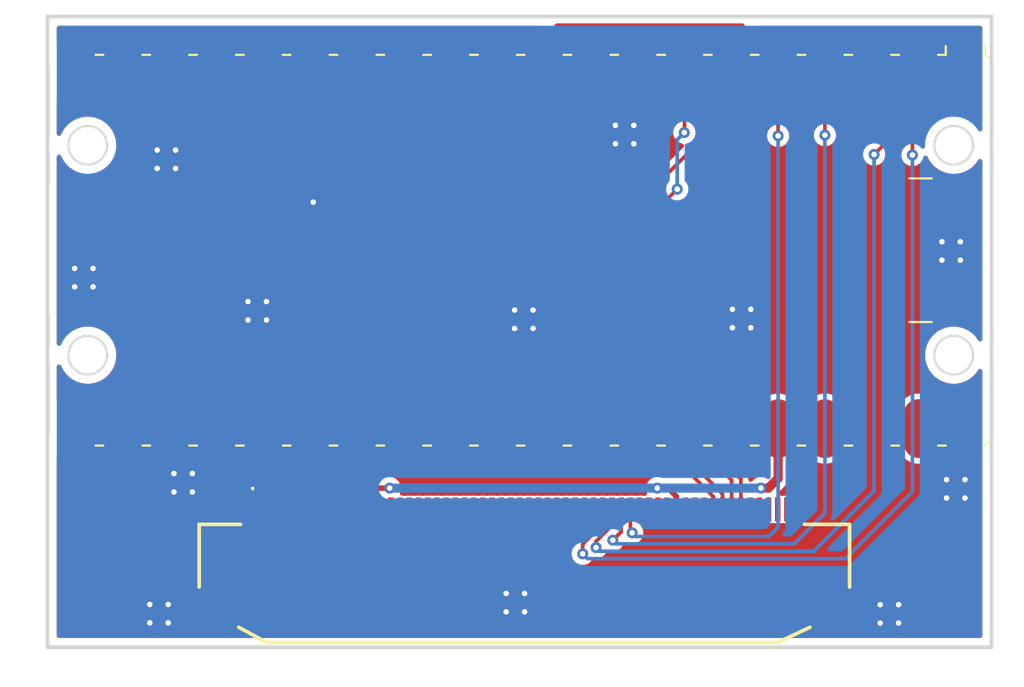
<source format=kicad_pcb>
(kicad_pcb (version 20241229) (generator "pcbnew") (generator_version "9.0")
  (layers (0 "F.Cu" signal) (2 "B.Cu" signal) (13 "F.Paste" user) (15 "B.Paste" user) (5 "F.SilkS" user "F.Silkscreen") (7 "B.SilkS" user "B.Silkscreen") (1 "F.Mask" user) (3 "B.Mask" user) (25 "Edge.Cuts" user))
  (net 0 "")
  (net 1 "GND")
  (net 4 "CLE")
  (net 8 "ALE")
  (net 10 "RB")
  (net 13 "IO4")
  (net 15 "IO2")
  (net 16 "IO0")
  (net 17 "CE")
  (net 19 "WE")
  (net 20 "IO6")
  (net 23 "WP")
  (net 25 "RE")
  (net 28 "IO3")
  (net 29 "IO1")
  (net 31 "IO5")
  (net 32 "IO7")
  (net 49 "+3V3")
  (footprint "pico_360clip:RaspberryPi_Pico_Common_SMD" (layer "F.Cu") (at 120.93 99.98 -90)
    (property "Reference" "A1" (hide yes))
    (property "Value" "RaspberryPi_Pico" (hide yes))
    (fp_line (start -10 25.61) (end -6.162061 25.61) (stroke (width 0.12)) (layer "F.SilkS"))
    (fp_line (start -3.6 25.61) (end -5.237939 25.61) (stroke (width 0.12)) (layer "F.SilkS"))
    (fp_line (start 5.237939 25.61) (end 3.6 25.61) (stroke (width 0.12)) (layer "F.SilkS"))
    (fp_line (start 6.162061 25.61) (end 10 25.61) (stroke (width 0.12)) (layer "F.SilkS"))
    (fp_line (start -10.61 22.65) (end -10.61 23.07) (stroke (width 0.12)) (layer "F.SilkS"))
    (fp_line (start 10.61 22.65) (end 10.61 23.07) (stroke (width 0.12)) (layer "F.SilkS"))
    (fp_line (start -10.61 20.11) (end -10.61 20.53) (stroke (width 0.12)) (layer "F.SilkS"))
    (fp_line (start 10.61 20.11) (end 10.61 20.53) (stroke (width 0.12)) (layer "F.SilkS"))
    (fp_line (start -10.61 17.57) (end -10.61 17.99) (stroke (width 0.12)) (layer "F.SilkS"))
    (fp_line (start 10.61 17.57) (end 10.61 17.99) (stroke (width 0.12)) (layer "F.SilkS"))
    (fp_line (start -10.61 15.03) (end -10.61 15.45) (stroke (width 0.12)) (layer "F.SilkS"))
    (fp_line (start 10.61 15.03) (end 10.61 15.45) (stroke (width 0.12)) (layer "F.SilkS"))
    (fp_line (start -10.61 12.49) (end -10.61 12.91) (stroke (width 0.12)) (layer "F.SilkS"))
    (fp_line (start 10.61 12.49) (end 10.61 12.91) (stroke (width 0.12)) (layer "F.SilkS"))
    (fp_line (start -10.61 9.95) (end -10.61 10.37) (stroke (width 0.12)) (layer "F.SilkS"))
    (fp_line (start 10.61 9.95) (end 10.61 10.37) (stroke (width 0.12)) (layer "F.SilkS"))
    (fp_line (start -10.61 7.41) (end -10.61 7.83) (stroke (width 0.12)) (layer "F.SilkS"))
    (fp_line (start 10.61 7.41) (end 10.61 7.83) (stroke (width 0.12)) (layer "F.SilkS"))
    (fp_line (start -10.61 4.87) (end -10.61 5.29) (stroke (width 0.12)) (layer "F.SilkS"))
    (fp_line (start 10.61 4.87) (end 10.61 5.29) (stroke (width 0.12)) (layer "F.SilkS"))
    (fp_line (start -10.61 2.33) (end -10.61 2.75) (stroke (width 0.12)) (layer "F.SilkS"))
    (fp_line (start 10.61 2.33) (end 10.61 2.75) (stroke (width 0.12)) (layer "F.SilkS"))
    (fp_line (start -10.61 -0.21) (end -10.61 0.21) (stroke (width 0.12)) (layer "F.SilkS"))
    (fp_line (start 10.61 -0.21) (end 10.61 0.21) (stroke (width 0.12)) (layer "F.SilkS"))
    (fp_line (start -10.61 -2.75) (end -10.61 -2.33) (stroke (width 0.12)) (layer "F.SilkS"))
    (fp_line (start 10.61 -2.75) (end 10.61 -2.33) (stroke (width 0.12)) (layer "F.SilkS"))
    (fp_line (start -10.61 -5.29) (end -10.61 -4.87) (stroke (width 0.12)) (layer "F.SilkS"))
    (fp_line (start 10.61 -5.29) (end 10.61 -4.87) (stroke (width 0.12)) (layer "F.SilkS"))
    (fp_line (start -10.61 -7.83) (end -10.61 -7.41) (stroke (width 0.12)) (layer "F.SilkS"))
    (fp_line (start 10.61 -7.83) (end 10.61 -7.41) (stroke (width 0.12)) (layer "F.SilkS"))
    (fp_line (start -10.61 -10.37) (end -10.61 -9.95) (stroke (width 0.12)) (layer "F.SilkS"))
    (fp_line (start 10.61 -10.37) (end 10.61 -9.95) (stroke (width 0.12)) (layer "F.SilkS"))
    (fp_line (start -10.61 -12.91) (end -10.61 -12.49) (stroke (width 0.12)) (layer "F.SilkS"))
    (fp_line (start 10.61 -12.91) (end 10.61 -12.49) (stroke (width 0.12)) (layer "F.SilkS"))
    (fp_line (start -10.61 -15.45) (end -10.61 -15.03) (stroke (width 0.12)) (layer "F.SilkS"))
    (fp_line (start 10.61 -15.45) (end 10.61 -15.03) (stroke (width 0.12)) (layer "F.SilkS"))
    (fp_line (start -10.61 -17.99) (end -10.61 -17.57) (stroke (width 0.12)) (layer "F.SilkS"))
    (fp_line (start 10.61 -17.99) (end 10.61 -17.57) (stroke (width 0.12)) (layer "F.SilkS"))
    (fp_line (start -10.61 -20.53) (end -10.61 -20.11) (stroke (width 0.12)) (layer "F.SilkS"))
    (fp_line (start 10.61 -20.53) (end 10.61 -20.11) (stroke (width 0.12)) (layer "F.SilkS"))
    (fp_line (start -3.9 -22.306) (end -3.9 -21.09) (stroke (width 0.12)) (layer "F.SilkS"))
    (fp_line (start 3.9 -22.306) (end 3.9 -21.09) (stroke (width 0.12)) (layer "F.SilkS"))
    (fp_line (start -10.61 -23.07) (end -10.61 -22.65) (stroke (width 0.12)) (layer "F.SilkS"))
    (fp_line (start -10.61 -23.07) (end -11.09 -23.07) (stroke (width 0.12)) (layer "F.SilkS"))
    (fp_line (start 10.61 -23.07) (end 10.61 -22.65) (stroke (width 0.12)) (layer "F.SilkS"))
    (fp_line (start -10.579676 -25.19) (end -11.09 -25.19) (stroke (width 0.12)) (layer "F.SilkS"))
    (fp_line (start -10 -25.61) (end -7.51 -25.61) (stroke (width 0.12)) (layer "F.SilkS"))
    (fp_line (start -7.51 -25.61) (end -6.16206 -25.61) (stroke (width 0.12)) (layer "F.SilkS"))
    (fp_line (start -5.237939 -25.61) (end -4.235 -25.61) (stroke (width 0.12)) (layer "F.SilkS"))
    (fp_line (start 4.235 -25.61) (end 5.237939 -25.61) (stroke (width 0.12)) (layer "F.SilkS"))
    (fp_line (start 6.162061 -25.61) (end 7.51 -25.61) (stroke (width 0.12)) (layer "F.SilkS"))
    (fp_line (start 10 -25.61) (end 7.51 -25.61) (stroke (width 0.12)) (layer "F.SilkS"))
    (fp_arc (start -10.579676 -25.19) (mid -10.357938 -25.493944) (end -10 -25.61) (stroke (width 0.12)) (layer "F.SilkS"))
    (fp_arc (start 10 -25.61) (mid 10.357937 -25.493944) (end 10.579676 -25.189937) (stroke (width 0.12)) (layer "F.SilkS"))
    (fp_circle (center -5.7 23.5) (end -4.65 23.5) (stroke (width 0.12)) (fill no) (layer "Edge.Cuts"))
    (fp_circle (center 5.7 23.5) (end 6.75 23.5) (stroke (width 0.12)) (fill no) (layer "Edge.Cuts"))
    (fp_circle (center -5.7 -23.5) (end -4.65 -23.5) (stroke (width 0.12)) (fill no) (layer "Edge.Cuts"))
    (fp_circle (center 5.7 -23.5) (end 6.75 -23.5) (stroke (width 0.12)) (fill no) (layer "Edge.Cuts"))
    (pad "" smd rect (at -8.89 -24.13 270) (size 3.8 2.2) (drill (offset -0.8 0)) (layers "F.Paste"))
    (pad "" smd rect (at -8.89 -21.59 270) (size 3.8 2.2) (drill (offset -0.8 0)) (layers "F.Paste"))
    (pad "" smd rect (at -8.89 -19.05 270) (size 3.8 2.2) (drill (offset -0.8 0)) (layers "F.Paste"))
    (pad "" smd rect (at -8.89 -16.51 270) (size 3.8 2.2) (drill (offset -0.8 0)) (layers "F.Paste"))
    (pad "" smd rect (at -8.89 -13.97 270) (size 3.8 2.2) (drill (offset -0.8 0)) (layers "F.Paste"))
    (pad "" smd rect (at -8.89 -11.43 270) (size 3.8 2.2) (drill (offset -0.8 0)) (layers "F.Paste"))
    (pad "" smd rect (at -8.89 -8.89 270) (size 3.8 2.2) (drill (offset -0.8 0)) (layers "F.Paste"))
    (pad "" smd rect (at -8.89 -6.35 270) (size 3.8 2.2) (drill (offset -0.8 0)) (layers "F.Paste"))
    (pad "" smd rect (at -8.89 -3.81 270) (size 3.8 2.2) (drill (offset -0.8 0)) (layers "F.Paste"))
    (pad "" smd rect (at -8.89 -1.27 270) (size 3.8 2.2) (drill (offset -0.8 0)) (layers "F.Paste"))
    (pad "" smd rect (at -8.89 1.27 270) (size 3.8 2.2) (drill (offset -0.8 0)) (layers "F.Paste"))
    (pad "" smd rect (at -8.89 3.81 270) (size 3.8 2.2) (drill (offset -0.8 0)) (layers "F.Paste"))
    (pad "" smd rect (at -8.89 6.35 270) (size 3.8 2.2) (drill (offset -0.8 0)) (layers "F.Paste"))
    (pad "" smd rect (at -8.89 8.89 270) (size 3.8 2.2) (drill (offset -0.8 0)) (layers "F.Paste"))
    (pad "" smd rect (at -8.89 11.43 270) (size 3.8 2.2) (drill (offset -0.8 0)) (layers "F.Paste"))
    (pad "" smd rect (at -8.89 13.97 270) (size 3.8 2.2) (drill (offset -0.8 0)) (layers "F.Paste"))
    (pad "" smd rect (at -8.89 16.51 270) (size 3.8 2.2) (drill (offset -0.8 0)) (layers "F.Paste"))
    (pad "" smd rect (at -8.89 19.05 270) (size 3.8 2.2) (drill (offset -0.8 0)) (layers "F.Paste"))
    (pad "" smd rect (at -8.89 21.59 270) (size 3.8 2.2) (drill (offset -0.8 0)) (layers "F.Paste"))
    (pad "" smd rect (at -8.89 24.13 270) (size 3.8 2.2) (drill (offset -0.8 0)) (layers "F.Paste"))
    (pad "" smd rect (at 8.89 -24.13 270) (size 3.8 2.2) (drill (offset 0.8 0)) (layers "F.Paste"))
    (pad "" smd rect (at 8.89 -21.59 270) (size 3.8 2.2) (drill (offset 0.8 0)) (layers "F.Paste"))
    (pad "" smd rect (at 8.89 -19.05 270) (size 3.8 2.2) (drill (offset 0.8 0)) (layers "F.Paste"))
    (pad "" smd rect (at 8.89 -16.51 270) (size 3.8 2.2) (drill (offset 0.8 0)) (layers "F.Paste"))
    (pad "" smd rect (at 8.89 -13.97 270) (size 3.8 2.2) (drill (offset 0.8 0)) (layers "F.Paste"))
    (pad "" smd rect (at 8.89 -11.43 270) (size 3.8 2.2) (drill (offset 0.8 0)) (layers "F.Paste"))
    (pad "" smd rect (at 8.89 -8.89 270) (size 3.8 2.2) (drill (offset 0.8 0)) (layers "F.Paste"))
    (pad "" smd rect (at 8.89 -6.35 270) (size 3.8 2.2) (drill (offset 0.8 0)) (layers "F.Paste"))
    (pad "" smd rect (at 8.89 -3.81 270) (size 3.8 2.2) (drill (offset 0.8 0)) (layers "F.Paste"))
    (pad "" smd rect (at 8.89 -1.27 270) (size 3.8 2.2) (drill (offset 0.8 0)) (layers "F.Paste"))
    (pad "" smd rect (at 8.89 1.27 270) (size 3.8 2.2) (drill (offset 0.8 0)) (layers "F.Paste"))
    (pad "" smd rect (at 8.89 3.81 270) (size 3.8 2.2) (drill (offset 0.8 0)) (layers "F.Paste"))
    (pad "" smd rect (at 8.89 6.35 270) (size 3.8 2.2) (drill (offset 0.8 0)) (layers "F.Paste"))
    (pad "" smd rect (at 8.89 8.89 270) (size 3.8 2.2) (drill (offset 0.8 0)) (layers "F.Paste"))
    (pad "" smd rect (at 8.89 11.43 270) (size 3.8 2.2) (drill (offset 0.8 0)) (layers "F.Paste"))
    (pad "" smd rect (at 8.89 13.97 270) (size 3.8 2.2) (drill (offset 0.8 0)) (layers "F.Paste"))
    (pad "" smd rect (at 8.89 16.51 270) (size 3.8 2.2) (drill (offset 0.8 0)) (layers "F.Paste"))
    (pad "" smd rect (at 8.89 19.05 270) (size 3.8 2.2) (drill (offset 0.8 0)) (layers "F.Paste"))
    (pad "" smd rect (at 8.89 21.59 270) (size 3.8 2.2) (drill (offset 0.8 0)) (layers "F.Paste"))
    (pad "" smd rect (at 8.89 24.13 270) (size 3.8 2.2) (drill (offset 0.8 0)) (layers "F.Paste"))
    (pad "1" smd custom (at -9.69 -24.13 270) (size 1.6 0.8) (layers "F.Cu" "F.Mask") (net 16 "IO0") (options (clearance outline) (anchor rect)) (primitives (gr_circle (center 0.8 0) (end 1.6 0) (width 0) (fill yes)) (gr_poly (pts (xy -1.6 -0.6) (xy -1.6 0.6) (xy -1.4 0.8) (xy 0.8 0.8) (xy 0.8 -0.8) (xy -1.4 -0.8)) (width 0) (fill yes)) (gr_circle (center -1.4 -0.6) (end -1.2 -0.6) (width 0) (fill yes)) (gr_circle (center -1.4 0.6) (end -1.2 0.6) (width 0) (fill yes))))
    (pad "2" smd roundrect (at -9.69 -21.59 270) (size 3.2 1.6) (layers "F.Cu" "F.Mask") (roundrect_rratio 0.5) (net 29 "IO1"))
    (pad "3" smd custom (at -9.69 -19.05 270) (size 1.6 0.8) (layers "F.Cu" "F.Mask") (net 1 "GND") (options (clearance outline) (anchor rect)) (primitives (gr_circle (center -0.8 0) (end 0 0) (width 0) (fill yes)) (gr_poly (pts (xy 1.6 -0.6) (xy 1.6 0.6) (xy 1.4 0.8) (xy -0.8 0.8) (xy -0.8 -0.8) (xy 1.4 -0.8)) (width 0) (fill yes)) (gr_circle (center 1.4 -0.6) (end 1.6 -0.6) (width 0) (fill yes)) (gr_circle (center 1.4 0.6) (end 1.6 0.6) (width 0) (fill yes))))
    (pad "4" smd roundrect (at -9.69 -16.51 270) (size 3.2 1.6) (layers "F.Cu" "F.Mask") (roundrect_rratio 0.5) (net 15 "IO2"))
    (pad "5" smd roundrect (at -9.69 -13.97 270) (size 3.2 1.6) (layers "F.Cu" "F.Mask") (roundrect_rratio 0.5) (net 28 "IO3"))
    (pad "6" smd roundrect (at -9.69 -11.43 270) (size 3.2 1.6) (layers "F.Cu" "F.Mask") (roundrect_rratio 0.5) (net 13 "IO4"))
    (pad "7" smd roundrect (at -9.69 -8.89 270) (size 3.2 1.6) (layers "F.Cu" "F.Mask") (roundrect_rratio 0.5) (net 31 "IO5"))
    (pad "8" smd custom (at -9.69 -6.35 270) (size 1.6 0.8) (layers "F.Cu" "F.Mask") (net 1 "GND") (options (clearance outline) (anchor rect)) (primitives (gr_circle (center -0.8 0) (end 0 0) (width 0) (fill yes)) (gr_poly (pts (xy 1.6 -0.6) (xy 1.6 0.6) (xy 1.4 0.8) (xy -0.8 0.8) (xy -0.8 -0.8) (xy 1.4 -0.8)) (width 0) (fill yes)) (gr_circle (center 1.4 -0.6) (end 1.6 -0.6) (width 0) (fill yes)) (gr_circle (center 1.4 0.6) (end 1.6 0.6) (width 0) (fill yes))))
    (pad "9" smd roundrect (at -9.69 -3.81 270) (size 3.2 1.6) (layers "F.Cu" "F.Mask") (roundrect_rratio 0.5) (net 20 "IO6"))
    (pad "10" smd roundrect (at -9.69 -1.27 270) (size 3.2 1.6) (layers "F.Cu" "F.Mask") (roundrect_rratio 0.5) (net 32 "IO7"))
    (pad "11" smd roundrect (at -9.69 1.27 270) (size 3.2 1.6) (layers "F.Cu" "F.Mask") (roundrect_rratio 0.5))
    (pad "12" smd roundrect (at -9.69 3.81 270) (size 3.2 1.6) (layers "F.Cu" "F.Mask") (roundrect_rratio 0.5))
    (pad "13" smd custom (at -9.69 6.35 270) (size 1.6 0.8) (layers "F.Cu" "F.Mask") (net 1 "GND") (options (clearance outline) (anchor rect)) (primitives (gr_circle (center -0.8 0) (end 0 0) (width 0) (fill yes)) (gr_poly (pts (xy 1.6 -0.6) (xy 1.6 0.6) (xy 1.4 0.8) (xy -0.8 0.8) (xy -0.8 -0.8) (xy 1.4 -0.8)) (width 0) (fill yes)) (gr_circle (center 1.4 -0.6) (end 1.6 -0.6) (width 0) (fill yes)) (gr_circle (center 1.4 0.6) (end 1.6 0.6) (width 0) (fill yes))))
    (pad "14" smd roundrect (at -9.69 8.89 270) (size 3.2 1.6) (layers "F.Cu" "F.Mask") (roundrect_rratio 0.5))
    (pad "15" smd roundrect (at -9.69 11.43 270) (size 3.2 1.6) (layers "F.Cu" "F.Mask") (roundrect_rratio 0.5))
    (pad "16" smd roundrect (at -9.69 13.97 270) (size 3.2 1.6) (layers "F.Cu" "F.Mask") (roundrect_rratio 0.5))
    (pad "17" smd roundrect (at -9.69 16.51 270) (size 3.2 1.6) (layers "F.Cu" "F.Mask") (roundrect_rratio 0.5))
    (pad "18" smd custom (at -9.69 19.05 270) (size 1.6 0.8) (layers "F.Cu" "F.Mask") (net 1 "GND") (options (clearance outline) (anchor rect)) (primitives (gr_circle (center -0.8 0) (end 0 0) (width 0) (fill yes)) (gr_poly (pts (xy 1.6 -0.6) (xy 1.6 0.6) (xy 1.4 0.8) (xy -0.8 0.8) (xy -0.8 -0.8) (xy 1.4 -0.8)) (width 0) (fill yes)) (gr_circle (center 1.4 -0.6) (end 1.6 -0.6) (width 0) (fill yes)) (gr_circle (center 1.4 0.6) (end 1.6 0.6) (width 0) (fill yes))))
    (pad "19" smd roundrect (at -9.69 21.59 270) (size 3.2 1.6) (layers "F.Cu" "F.Mask") (roundrect_rratio 0.5))
    (pad "20" smd roundrect (at -9.69 24.13 270) (size 3.2 1.6) (layers "F.Cu" "F.Mask") (roundrect_rratio 0.5))
    (pad "21" smd roundrect (at 9.69 24.13 270) (size 3.2 1.6) (layers "F.Cu" "F.Mask") (roundrect_rratio 0.5) (net 23 "WP"))
    (pad "22" smd roundrect (at 9.69 21.59 270) (size 3.2 1.6) (layers "F.Cu" "F.Mask") (roundrect_rratio 0.5) (net 19 "WE"))
    (pad "23" smd custom (at 9.69 19.05 270) (size 1.6 0.8) (layers "F.Cu" "F.Mask") (net 1 "GND") (options (clearance outline) (anchor rect)) (primitives (gr_circle (center 0.8 0) (end 1.6 0) (width 0) (fill yes)) (gr_poly (pts (xy -1.6 -0.6) (xy -1.6 0.6) (xy -1.4 0.8) (xy 0.8 0.8) (xy 0.8 -0.8) (xy -1.4 -0.8)) (width 0) (fill yes)) (gr_circle (center -1.4 -0.6) (end -1.2 -0.6) (width 0) (fill yes)) (gr_circle (center -1.4 0.6) (end -1.2 0.6) (width 0) (fill yes))))
    (pad "24" smd roundrect (at 9.69 16.51 270) (size 3.2 1.6) (layers "F.Cu" "F.Mask") (roundrect_rratio 0.5) (net 8 "ALE"))
    (pad "25" smd roundrect (at 9.69 13.97 270) (size 3.2 1.6) (layers "F.Cu" "F.Mask") (roundrect_rratio 0.5) (net 4 "CLE"))
    (pad "26" smd roundrect (at 9.69 11.43 270) (size 3.2 1.6) (layers "F.Cu" "F.Mask") (roundrect_rratio 0.5) (net 17 "CE"))
    (pad "27" smd roundrect (at 9.69 8.89 270) (size 3.2 1.6) (layers "F.Cu" "F.Mask") (roundrect_rratio 0.5) (net 25 "RE"))
    (pad "28" smd custom (at 9.69 6.35 270) (size 1.6 0.8) (layers "F.Cu" "F.Mask") (net 1 "GND") (options (clearance outline) (anchor rect)) (primitives (gr_circle (center 0.8 0) (end 1.6 0) (width 0) (fill yes)) (gr_poly (pts (xy -1.6 -0.6) (xy -1.6 0.6) (xy -1.4 0.8) (xy 0.8 0.8) (xy 0.8 -0.8) (xy -1.4 -0.8)) (width 0) (fill yes)) (gr_circle (center -1.4 -0.6) (end -1.2 -0.6) (width 0) (fill yes)) (gr_circle (center -1.4 0.6) (end -1.2 0.6) (width 0) (fill yes))))
    (pad "29" smd roundrect (at 9.69 3.81 270) (size 3.2 1.6) (layers "F.Cu" "F.Mask") (roundrect_rratio 0.5) (net 10 "RB"))
    (pad "30" smd roundrect (at 9.69 1.27 270) (size 3.2 1.6) (layers "F.Cu" "F.Mask") (roundrect_rratio 0.5))
    (pad "31" smd roundrect (at 9.69 -1.27 270) (size 3.2 1.6) (layers "F.Cu" "F.Mask") (roundrect_rratio 0.5))
    (pad "32" smd roundrect (at 9.69 -3.81 270) (size 3.2 1.6) (layers "F.Cu" "F.Mask") (roundrect_rratio 0.5))
    (pad "33" smd custom (at 9.69 -6.35 270) (size 1.6 0.8) (layers "F.Cu" "F.Mask") (net 1 "GND") (options (clearance outline) (anchor rect)) (primitives (gr_circle (center 0.8 0) (end 1.6 0) (width 0) (fill yes)) (gr_poly (pts (xy -1.6 -0.6) (xy -1.6 0.6) (xy -1.4 0.8) (xy 0.8 0.8) (xy 0.8 -0.8) (xy -1.4 -0.8)) (width 0) (fill yes)) (gr_circle (center -1.4 -0.6) (end -1.2 -0.6) (width 0) (fill yes)) (gr_circle (center -1.4 0.6) (end -1.2 0.6) (width 0) (fill yes))))
    (pad "34" smd roundrect (at 9.69 -8.89 270) (size 3.2 1.6) (layers "F.Cu" "F.Mask") (roundrect_rratio 0.5))
    (pad "35" smd roundrect (at 9.69 -11.43 270) (size 3.2 1.6) (layers "F.Cu" "F.Mask") (roundrect_rratio 0.5))
    (pad "36" smd roundrect (at 9.69 -13.97 270) (size 3.2 1.6) (layers "F.Cu" "F.Mask") (roundrect_rratio 0.5) (net 49 "+3V3"))
    (pad "37" smd roundrect (at 9.69 -16.51 270) (size 3.2 1.6) (layers "F.Cu" "F.Mask") (roundrect_rratio 0.5))
    (pad "38" smd custom (at 9.69 -19.05 270) (size 1.6 0.8) (layers "F.Cu" "F.Mask") (net 1 "GND") (options (clearance outline) (anchor rect)) (primitives (gr_circle (center 0.8 0) (end 1.6 0) (width 0) (fill yes)) (gr_poly (pts (xy -1.6 -0.6) (xy -1.6 0.6) (xy -1.4 0.8) (xy 0.8 0.8) (xy 0.8 -0.8) (xy -1.4 -0.8)) (width 0) (fill yes)) (gr_circle (center -1.4 -0.6) (end -1.2 -0.6) (width 0) (fill yes)) (gr_circle (center -1.4 0.6) (end -1.2 0.6) (width 0) (fill yes))))
    (pad "39" smd roundrect (at 9.69 -21.59 270) (size 3.2 1.6) (layers "F.Cu" "F.Mask") (roundrect_rratio 0.5))
    (pad "40" smd roundrect (at 9.69 -24.13 270) (size 3.2 1.6) (layers "F.Cu" "F.Mask") (roundrect_rratio 0.5))
  )
  (footprint "pico_360clip:F31L1A7H111060" (layer "F.Cu") (at 121.13 117.67)
    (property "Reference" "J1" (hide yes))
    (property "Value" "F31L-1A7H1-11060" (hide yes))
    (fp_line (start -17.65 -2.8) (end -15.4 -2.8) (stroke (width 0.2)) (layer "F.SilkS"))
    (fp_line (start -17.65 0.6) (end -17.65 -2.8) (stroke (width 0.2)) (layer "F.SilkS"))
    (fp_line (start -14.75 -4.8) (end -14.75 -4.8) (stroke (width 0.1)) (layer "F.SilkS"))
    (fp_line (start -14.75 -4.7) (end -14.75 -4.7) (stroke (width 0.1)) (layer "F.SilkS"))
    (fp_line (start -14 3.61) (end -15.5 2.79) (stroke (width 0.2)) (layer "F.SilkS"))
    (fp_line (start 13.75 3.61) (end -14 3.61) (stroke (width 0.2)) (layer "F.SilkS"))
    (fp_line (start 15.5 2.79) (end 13.75 3.61) (stroke (width 0.2)) (layer "F.SilkS"))
    (fp_line (start 17.65 -2.8) (end 15.2 -2.8) (stroke (width 0.2)) (layer "F.SilkS"))
    (fp_line (start 17.65 0.6) (end 17.65 -2.8) (stroke (width 0.2)) (layer "F.SilkS"))
    (fp_arc (start -14.75 -4.8) (mid -14.7 -4.75) (end -14.75 -4.7) (stroke (width 0.1)) (layer "F.SilkS"))
    (fp_arc (start -14.75 -4.7) (mid -14.8 -4.75) (end -14.75 -4.8) (stroke (width 0.1)) (layer "F.SilkS"))
    (pad "1" smd rect (at -14.75 -3.61) (size 0.3 1.3) (layers "F.Cu" "F.Mask" "F.Paste"))
    (pad "2" smd rect (at -14.25 -3.61) (size 0.3 1.3) (layers "F.Cu" "F.Mask" "F.Paste"))
    (pad "3" smd rect (at -13.75 -3.61) (size 0.3 1.3) (layers "F.Cu" "F.Mask" "F.Paste"))
    (pad "4" smd rect (at -13.25 -3.61) (size 0.3 1.3) (layers "F.Cu" "F.Mask" "F.Paste"))
    (pad "5" smd rect (at -12.75 -3.61) (size 0.3 1.3) (layers "F.Cu" "F.Mask" "F.Paste"))
    (pad "6" smd rect (at -12.25 -3.61) (size 0.3 1.3) (layers "F.Cu" "F.Mask" "F.Paste"))
    (pad "7" smd rect (at -11.75 -3.61) (size 0.3 1.3) (layers "F.Cu" "F.Mask" "F.Paste"))
    (pad "8" smd rect (at -11.25 -3.61) (size 0.3 1.3) (layers "F.Cu" "F.Mask" "F.Paste"))
    (pad "9" smd rect (at -10.75 -3.61) (size 0.3 1.3) (layers "F.Cu" "F.Mask" "F.Paste") (net 10 "RB"))
    (pad "10" smd rect (at -10.25 -3.61) (size 0.3 1.3) (layers "F.Cu" "F.Mask" "F.Paste") (net 25 "RE"))
    (pad "11" smd rect (at -9.75 -3.61) (size 0.3 1.3) (layers "F.Cu" "F.Mask" "F.Paste") (net 17 "CE"))
    (pad "12" smd rect (at -9.25 -3.61) (size 0.3 1.3) (layers "F.Cu" "F.Mask" "F.Paste"))
    (pad "13" smd rect (at -8.75 -3.61) (size 0.3 1.3) (layers "F.Cu" "F.Mask" "F.Paste"))
    (pad "14" smd rect (at -8.25 -3.61) (size 0.3 1.3) (layers "F.Cu" "F.Mask" "F.Paste") (net 49 "+3V3"))
    (pad "15" smd rect (at -7.75 -3.61) (size 0.3 1.3) (layers "F.Cu" "F.Mask" "F.Paste") (net 1 "GND"))
    (pad "16" smd rect (at -7.25 -3.61) (size 0.3 1.3) (layers "F.Cu" "F.Mask" "F.Paste"))
    (pad "17" smd rect (at -6.75 -3.61) (size 0.3 1.3) (layers "F.Cu" "F.Mask" "F.Paste"))
    (pad "18" smd rect (at -6.25 -3.61) (size 0.3 1.3) (layers "F.Cu" "F.Mask" "F.Paste") (net 4 "CLE"))
    (pad "19" smd rect (at -5.75 -3.61) (size 0.3 1.3) (layers "F.Cu" "F.Mask" "F.Paste") (net 8 "ALE"))
    (pad "20" smd rect (at -5.25 -3.61) (size 0.3 1.3) (layers "F.Cu" "F.Mask" "F.Paste") (net 19 "WE"))
    (pad "21" smd rect (at -4.75 -3.61) (size 0.3 1.3) (layers "F.Cu" "F.Mask" "F.Paste") (net 23 "WP"))
    (pad "22" smd rect (at -4.25 -3.61) (size 0.3 1.3) (layers "F.Cu" "F.Mask" "F.Paste"))
    (pad "23" smd rect (at -3.75 -3.61) (size 0.3 1.3) (layers "F.Cu" "F.Mask" "F.Paste"))
    (pad "24" smd rect (at -3.25 -3.61) (size 0.3 1.3) (layers "F.Cu" "F.Mask" "F.Paste"))
    (pad "25" smd rect (at -2.75 -3.61) (size 0.3 1.3) (layers "F.Cu" "F.Mask" "F.Paste"))
    (pad "26" smd rect (at -2.25 -3.61) (size 0.3 1.3) (layers "F.Cu" "F.Mask" "F.Paste"))
    (pad "27" smd rect (at -1.75 -3.61) (size 0.3 1.3) (layers "F.Cu" "F.Mask" "F.Paste"))
    (pad "28" smd rect (at -1.25 -3.61) (size 0.3 1.3) (layers "F.Cu" "F.Mask" "F.Paste"))
    (pad "29" smd rect (at -0.75 -3.61) (size 0.3 1.3) (layers "F.Cu" "F.Mask" "F.Paste"))
    (pad "30" smd rect (at -0.25 -3.61) (size 0.3 1.3) (layers "F.Cu" "F.Mask" "F.Paste"))
    (pad "31" smd rect (at 0.25 -3.61) (size 0.3 1.3) (layers "F.Cu" "F.Mask" "F.Paste"))
    (pad "32" smd rect (at 0.75 -3.61) (size 0.3 1.3) (layers "F.Cu" "F.Mask" "F.Paste"))
    (pad "33" smd rect (at 1.25 -3.61) (size 0.3 1.3) (layers "F.Cu" "F.Mask" "F.Paste"))
    (pad "34" smd rect (at 1.75 -3.61) (size 0.3 1.3) (layers "F.Cu" "F.Mask" "F.Paste"))
    (pad "35" smd rect (at 2.25 -3.61) (size 0.3 1.3) (layers "F.Cu" "F.Mask" "F.Paste"))
    (pad "36" smd rect (at 2.75 -3.61) (size 0.3 1.3) (layers "F.Cu" "F.Mask" "F.Paste"))
    (pad "37" smd rect (at 3.25 -3.61) (size 0.3 1.3) (layers "F.Cu" "F.Mask" "F.Paste"))
    (pad "38" smd rect (at 3.75 -3.61) (size 0.3 1.3) (layers "F.Cu" "F.Mask" "F.Paste"))
    (pad "39" smd rect (at 4.25 -3.61) (size 0.3 1.3) (layers "F.Cu" "F.Mask" "F.Paste") (net 16 "IO0"))
    (pad "40" smd rect (at 4.75 -3.61) (size 0.3 1.3) (layers "F.Cu" "F.Mask" "F.Paste") (net 29 "IO1"))
    (pad "41" smd rect (at 5.25 -3.61) (size 0.3 1.3) (layers "F.Cu" "F.Mask" "F.Paste") (net 15 "IO2"))
    (pad "42" smd rect (at 5.75 -3.61) (size 0.3 1.3) (layers "F.Cu" "F.Mask" "F.Paste") (net 28 "IO3"))
    (pad "43" smd rect (at 6.25 -3.61) (size 0.3 1.3) (layers "F.Cu" "F.Mask" "F.Paste"))
    (pad "44" smd rect (at 6.75 -3.61) (size 0.3 1.3) (layers "F.Cu" "F.Mask" "F.Paste"))
    (pad "45" smd rect (at 7.25 -3.61) (size 0.3 1.3) (layers "F.Cu" "F.Mask" "F.Paste"))
    (pad "46" smd rect (at 7.75 -3.61) (size 0.3 1.3) (layers "F.Cu" "F.Mask" "F.Paste") (net 1 "GND"))
    (pad "47" smd rect (at 8.25 -3.61) (size 0.3 1.3) (layers "F.Cu" "F.Mask" "F.Paste") (net 49 "+3V3"))
    (pad "48" smd rect (at 8.75 -3.61) (size 0.3 1.3) (layers "F.Cu" "F.Mask" "F.Paste"))
    (pad "49" smd rect (at 9.25 -3.61) (size 0.3 1.3) (layers "F.Cu" "F.Mask" "F.Paste"))
    (pad "50" smd rect (at 9.75 -3.61) (size 0.3 1.3) (layers "F.Cu" "F.Mask" "F.Paste"))
    (pad "51" smd rect (at 10.25 -3.61) (size 0.3 1.3) (layers "F.Cu" "F.Mask" "F.Paste") (net 13 "IO4"))
    (pad "52" smd rect (at 10.75 -3.61) (size 0.3 1.3) (layers "F.Cu" "F.Mask" "F.Paste") (net 31 "IO5"))
    (pad "53" smd rect (at 11.25 -3.61) (size 0.3 1.3) (layers "F.Cu" "F.Mask" "F.Paste") (net 20 "IO6"))
    (pad "54" smd rect (at 11.75 -3.61) (size 0.3 1.3) (layers "F.Cu" "F.Mask" "F.Paste") (net 32 "IO7"))
    (pad "55" smd rect (at 12.25 -3.61) (size 0.3 1.3) (layers "F.Cu" "F.Mask" "F.Paste"))
    (pad "56" smd rect (at 12.75 -3.61) (size 0.3 1.3) (layers "F.Cu" "F.Mask" "F.Paste"))
    (pad "57" smd rect (at 13.25 -3.61) (size 0.3 1.3) (layers "F.Cu" "F.Mask" "F.Paste"))
    (pad "58" smd rect (at 13.75 -3.61) (size 0.3 1.3) (layers "F.Cu" "F.Mask" "F.Paste"))
    (pad "59" smd rect (at 14.25 -3.61) (size 0.3 1.3) (layers "F.Cu" "F.Mask" "F.Paste"))
    (pad "60" smd rect (at 14.75 -3.61) (size 0.3 1.3) (layers "F.Cu" "F.Mask" "F.Paste"))
    (pad "MP1" smd rect (at -16.9 2.04) (size 1.8 2.2) (layers "F.Cu" "F.Mask" "F.Paste") (net 1 "GND"))
    (pad "MP2" smd rect (at 16.9 2.04) (size 1.8 2.2) (layers "F.Cu" "F.Mask" "F.Paste") (net 1 "GND"))
  )
  (gr_rect (start 95.25 87.29) (end 146.49 121.54) (stroke (width 0.2)) (fill no) (layer "Edge.Cuts"))
  (via (at 103.11 112.11) (size 0.6) (drill 0.3) (layers "F.Cu" "B.Cu") (net 1))
  (via (at 120.6 103.23) (size 0.6) (drill 0.3) (layers "F.Cu" "B.Cu") (net 1))
  (via (at 140.44 119.23) (size 0.6) (drill 0.3) (layers "F.Cu" "B.Cu") (net 1))
  (via (at 109.67 97.37) (size 0.6) (drill 0.3) (layers "F.Cu" "B.Cu") (net 1))
  (via (at 121.14 118.62) (size 0.6) (drill 0.3) (layers "F.Cu" "B.Cu") (net 1))
  (via (at 127.07 94.2) (size 0.6) (drill 0.3) (layers "F.Cu" "B.Cu") (net 1))
  (via (at 120.6 104.23) (size 0.6) (drill 0.3) (layers "F.Cu" "B.Cu") (net 1))
  (via (at 100.8 120.22) (size 0.6) (drill 0.3) (layers "F.Cu" "B.Cu") (net 1))
  (via (at 126.07 94.2) (size 0.6) (drill 0.3) (layers "F.Cu" "B.Cu") (net 1))
  (via (at 101.2 95.54) (size 0.6) (drill 0.3) (layers "F.Cu" "B.Cu") (net 1))
  (via (at 97.72 101.97) (size 0.6) (drill 0.3) (layers "F.Cu" "B.Cu") (net 1))
  (via (at 100.8 119.22) (size 0.6) (drill 0.3) (layers "F.Cu" "B.Cu") (net 1))
  (via (at 101.2 94.54) (size 0.6) (drill 0.3) (layers "F.Cu" "B.Cu") (net 1))
  (via (at 102.2 95.54) (size 0.6) (drill 0.3) (layers "F.Cu" "B.Cu") (net 1))
  (via (at 143.79 100.52) (size 0.6) (drill 0.3) (layers "F.Cu" "B.Cu") (net 1))
  (via (at 101.8 119.22) (size 0.6) (drill 0.3) (layers "F.Cu" "B.Cu") (net 1))
  (via (at 144.04 112.44) (size 0.6) (drill 0.3) (layers "F.Cu" "B.Cu") (net 1))
  (via (at 127.07 93.2) (size 0.6) (drill 0.3) (layers "F.Cu" "B.Cu") (net 1))
  (via (at 120.14 119.62) (size 0.6) (drill 0.3) (layers "F.Cu" "B.Cu") (net 1))
  (via (at 106.13 103.77) (size 0.6) (drill 0.3) (layers "F.Cu" "B.Cu") (net 1))
  (via (at 106.13 102.77) (size 0.6) (drill 0.3) (layers "F.Cu" "B.Cu") (net 1))
  (via (at 120.14 118.62) (size 0.6) (drill 0.3) (layers "F.Cu" "B.Cu") (net 1))
  (via (at 102.2 94.54) (size 0.6) (drill 0.3) (layers "F.Cu" "B.Cu") (net 1))
  (via (at 107.13 103.77) (size 0.6) (drill 0.3) (layers "F.Cu" "B.Cu") (net 1))
  (via (at 141.44 120.23) (size 0.6) (drill 0.3) (layers "F.Cu" "B.Cu") (net 1))
  (via (at 132.42 104.19) (size 0.6) (drill 0.3) (layers "F.Cu" "B.Cu") (net 1))
  (via (at 102.11 112.11) (size 0.6) (drill 0.3) (layers "F.Cu" "B.Cu") (net 1))
  (via (at 133.42 103.19) (size 0.6) (drill 0.3) (layers "F.Cu" "B.Cu") (net 1))
  (via (at 103.11 113.11) (size 0.6) (drill 0.3) (layers "F.Cu" "B.Cu") (net 1))
  (via (at 101.8 120.22) (size 0.6) (drill 0.3) (layers "F.Cu" "B.Cu") (net 1))
  (via (at 121.6 103.23) (size 0.6) (drill 0.3) (layers "F.Cu" "B.Cu") (net 1))
  (via (at 144.79 100.52) (size 0.6) (drill 0.3) (layers "F.Cu" "B.Cu") (net 1))
  (via (at 145.04 113.44) (size 0.6) (drill 0.3) (layers "F.Cu" "B.Cu") (net 1))
  (via (at 96.72 101.97) (size 0.6) (drill 0.3) (layers "F.Cu" "B.Cu") (net 1))
  (via (at 102.11 113.11) (size 0.6) (drill 0.3) (layers "F.Cu" "B.Cu") (net 1))
  (via (at 140.44 120.23) (size 0.6) (drill 0.3) (layers "F.Cu" "B.Cu") (net 1))
  (via (at 144.79 99.52) (size 0.6) (drill 0.3) (layers "F.Cu" "B.Cu") (net 1))
  (via (at 141.44 119.23) (size 0.6) (drill 0.3) (layers "F.Cu" "B.Cu") (net 1))
  (via (at 96.72 100.97) (size 0.6) (drill 0.3) (layers "F.Cu" "B.Cu") (net 1))
  (via (at 132.42 103.19) (size 0.6) (drill 0.3) (layers "F.Cu" "B.Cu") (net 1))
  (via (at 143.79 99.52) (size 0.6) (drill 0.3) (layers "F.Cu" "B.Cu") (net 1))
  (via (at 145.04 112.44) (size 0.6) (drill 0.3) (layers "F.Cu" "B.Cu") (net 1))
  (via (at 144.04 113.44) (size 0.6) (drill 0.3) (layers "F.Cu" "B.Cu") (net 1))
  (via (at 133.42 104.19) (size 0.6) (drill 0.3) (layers "F.Cu" "B.Cu") (net 1))
  (via (at 121.14 119.62) (size 0.6) (drill 0.3) (layers "F.Cu" "B.Cu") (net 1))
  (via (at 121.6 104.23) (size 0.6) (drill 0.3) (layers "F.Cu" "B.Cu") (net 1))
  (via (at 97.72 100.97) (size 0.6) (drill 0.3) (layers "F.Cu" "B.Cu") (net 1))
  (via (at 126.07 93.2) (size 0.6) (drill 0.3) (layers "F.Cu" "B.Cu") (net 1))
  (via (at 107.13 102.77) (size 0.6) (drill 0.3) (layers "F.Cu" "B.Cu") (net 1))
  (segment (start 114.61 115.18) (end 114.88 114.91) (width 0.2) (layer "F.Cu") (net 4))
  (segment (start 106.24 115.18) (end 114.61 115.18) (width 0.2) (layer "F.Cu") (net 4))
  (segment (start 105.74 114.68) (end 106.24 115.18) (width 0.2) (layer "F.Cu") (net 4))
  (segment (start 105.74 113.31) (end 105.74 114.68) (width 0.2) (layer "F.Cu") (net 4))
  (segment (start 114.88 114.91) (end 114.88 114.06) (width 0.2) (layer "F.Cu") (net 4))
  (segment (start 106.96 109.67) (end 106.96 112.09) (width 0.2) (layer "F.Cu") (net 4))
  (segment (start 106.96 112.09) (end 105.74 113.31) (width 0.2) (layer "F.Cu") (net 4))
  (segment (start 106.0739 115.581) (end 104.42 113.9271) (width 0.2) (layer "F.Cu") (net 8))
  (segment (start 104.42 113.9271) (end 104.42 109.67) (width 0.2) (layer "F.Cu") (net 8))
  (segment (start 114.7761 115.581) (end 106.0739 115.581) (width 0.2) (layer "F.Cu") (net 8))
  (segment (start 115.38 114.9771) (end 114.7761 115.581) (width 0.2) (layer "F.Cu") (net 8))
  (segment (start 115.38 114.06) (end 115.38 114.9771) (width 0.2) (layer "F.Cu") (net 8))
  (segment (start 110.38 114.06) (end 110.38 113.31) (width 0.2) (layer "F.Cu") (net 10))
  (segment (start 109.171 107.199) (end 116.609 107.199) (width 0.2) (layer "F.Cu") (net 10))
  (segment (start 108.35 111.28) (end 108.35 108.02) (width 0.2) (layer "F.Cu") (net 10))
  (segment (start 108.35 108.02) (end 109.171 107.199) (width 0.2) (layer "F.Cu") (net 10))
  (segment (start 116.609 107.199) (end 117.12 107.71) (width 0.2) (layer "F.Cu") (net 10))
  (segment (start 117.12 107.71) (end 117.12 108.87) (width 0.2) (layer "F.Cu") (net 10))
  (segment (start 110.38 113.31) (end 108.35 111.28) (width 0.2) (layer "F.Cu") (net 10))
  (segment (start 130.052 112.03) (end 128.9229 112.03) (width 0.2) (layer "F.Cu") (net 13))
  (segment (start 131.38 113.358) (end 130.052 112.03) (width 0.2) (layer "F.Cu") (net 13))
  (segment (start 128.37 111.4771) (end 128.37 96.35) (width 0.2) (layer "F.Cu") (net 13))
  (segment (start 131.38 114.06) (end 131.38 113.358) (width 0.2) (layer "F.Cu") (net 13))
  (segment (start 132.36 92.36) (end 132.36 91.09) (width 0.2) (layer "F.Cu") (net 13))
  (segment (start 128.9229 112.03) (end 128.37 111.4771) (width 0.2) (layer "F.Cu") (net 13))
  (segment (start 128.37 96.35) (end 132.36 92.36) (width 0.2) (layer "F.Cu") (net 13))
  (segment (start 125.928528 115.73) (end 126.38 115.278528) (width 0.2) (layer "F.Cu") (net 15))
  (segment (start 137.44 93.73) (end 137.44 90.29) (width 0.2) (layer "F.Cu") (net 15))
  (segment (start 126.38 115.278528) (end 126.38 114.06) (width 0.2) (layer "F.Cu") (net 15))
  (via (at 125.928528 115.73) (size 0.6) (drill 0.3) (layers "F.Cu" "B.Cu") (net 15))
  (via (at 137.44 93.73) (size 0.6) (drill 0.3) (layers "F.Cu" "B.Cu") (net 15))
  (segment (start 127.226817 115.93) (end 126.728931 115.93) (width 0.2) (layer "B.Cu") (net 15))
  (segment (start 126.127528 115.929) (end 125.928528 115.73) (width 0.2) (layer "B.Cu") (net 15))
  (segment (start 126.728931 115.93) (end 126.727931 115.929) (width 0.2) (layer "B.Cu") (net 15))
  (segment (start 126.727931 115.929) (end 126.127528 115.929) (width 0.2) (layer "B.Cu") (net 15))
  (segment (start 137.44 93.73) (end 137.44 114.26) (width 0.2) (layer "B.Cu") (net 15))
  (segment (start 137.44 114.26) (end 135.771 115.929) (width 0.2) (layer "B.Cu") (net 15))
  (segment (start 135.771 115.929) (end 127.227817 115.929) (width 0.2) (layer "B.Cu") (net 15))
  (segment (start 127.227817 115.929) (end 127.226817 115.93) (width 0.2) (layer "B.Cu") (net 15))
  (segment (start 142.19 93.78) (end 143.57 92.4) (width 0.2) (layer "F.Cu") (net 16))
  (segment (start 145.06 91.98) (end 145.06 90.29) (width 0.2) (layer "F.Cu") (net 16))
  (segment (start 143.57 92.4) (end 144.64 92.4) (width 0.2) (layer "F.Cu") (net 16))
  (segment (start 124.294187 116.469611) (end 124.294187 115.945813) (width 0.2) (layer "F.Cu") (net 16))
  (segment (start 125.38 114.86) (end 125.38 114.06) (width 0.2) (layer "F.Cu") (net 16))
  (segment (start 124.294187 115.945813) (end 125.38 114.86) (width 0.2) (layer "F.Cu") (net 16))
  (segment (start 144.64 92.4) (end 145.06 91.98) (width 0.2) (layer "F.Cu") (net 16))
  (segment (start 142.19 94.81) (end 142.19 93.78) (width 0.2) (layer "F.Cu") (net 16))
  (via (at 124.294187 116.469611) (size 0.6) (drill 0.3) (layers "F.Cu" "B.Cu") (net 16))
  (via (at 142.19 94.81) (size 0.6) (drill 0.3) (layers "F.Cu" "B.Cu") (net 16))
  (segment (start 138.549 116.731) (end 124.555576 116.731) (width 0.2) (layer "B.Cu") (net 16))
  (segment (start 124.555576 116.731) (end 124.294187 116.469611) (width 0.2) (layer "B.Cu") (net 16))
  (segment (start 142.19 113.09) (end 138.549 116.731) (width 0.2) (layer "B.Cu") (net 16))
  (segment (start 142.19 94.81) (end 142.19 113.09) (width 0.2) (layer "B.Cu") (net 16))
  (segment (start 109.5 108.87) (end 110.77 107.6) (width 0.2) (layer "F.Cu") (net 17))
  (segment (start 110.77 107.6) (end 112.68 107.6) (width 0.2) (layer "F.Cu") (net 17))
  (segment (start 113.34 111) (end 111.38 112.96) (width 0.2) (layer "F.Cu") (net 17))
  (segment (start 111.38 112.96) (end 111.38 114.06) (width 0.2) (layer "F.Cu") (net 17))
  (segment (start 112.68 107.6) (end 113.34 108.26) (width 0.2) (layer "F.Cu") (net 17))
  (segment (start 113.34 108.26) (end 113.34 111) (width 0.2) (layer "F.Cu") (net 17))
  (segment (start 115.88 114.06) (end 115.88 115.0442) (width 0.2) (layer "F.Cu") (net 19))
  (segment (start 99.34 111.67) (end 99.34 109.67) (width 0.2) (layer "F.Cu") (net 19))
  (segment (start 114.9422 115.982) (end 103.652 115.982) (width 0.2) (layer "F.Cu") (net 19))
  (segment (start 115.88 115.0442) (end 114.9422 115.982) (width 0.2) (layer "F.Cu") (net 19))
  (segment (start 103.652 115.982) (end 99.34 111.67) (width 0.2) (layer "F.Cu") (net 19))
  (segment (start 130.939 111.031728) (end 130.939 106.3861) (width 0.2) (layer "F.Cu") (net 20))
  (segment (start 130.939 106.3861) (end 130.289 105.7361) (width 0.2) (layer "F.Cu") (net 20))
  (segment (start 132.38 112.472728) (end 130.939 111.031728) (width 0.2) (layer "F.Cu") (net 20))
  (segment (start 132.38 114.06) (end 132.38 112.472728) (width 0.2) (layer "F.Cu") (net 20))
  (segment (start 130.289 105.7361) (end 130.289 96.0539) (width 0.2) (layer "F.Cu") (net 20))
  (segment (start 125.149 88.161) (end 124.74 88.57) (width 0.2) (layer "F.Cu") (net 20))
  (segment (start 133.389 88.7661) (end 132.7839 88.161) (width 0.2) (layer "F.Cu") (net 20))
  (segment (start 124.74 88.57) (end 124.74 91.09) (width 0.2) (layer "F.Cu") (net 20))
  (segment (start 130.289 96.0539) (end 133.389 92.9539) (width 0.2) (layer "F.Cu") (net 20))
  (segment (start 133.389 92.9539) (end 133.389 88.7661) (width 0.2) (layer "F.Cu") (net 20))
  (segment (start 132.7839 88.161) (end 125.149 88.161) (width 0.2) (layer "F.Cu") (net 20))
  (segment (start 96.8 111.58) (end 96.8 109.67) (width 0.2) (layer "F.Cu") (net 23))
  (segment (start 101.603 116.383) (end 96.8 111.58) (width 0.2) (layer "F.Cu") (net 23))
  (segment (start 116.38 114.06) (end 116.38 115.1113) (width 0.2) (layer "F.Cu") (net 23))
  (segment (start 115.1083 116.383) (end 101.603 116.383) (width 0.2) (layer "F.Cu") (net 23))
  (segment (start 116.38 115.1113) (end 115.1083 116.383) (width 0.2) (layer "F.Cu") (net 23))
  (segment (start 110.88 112.68) (end 110.88 114.06) (width 0.2) (layer "F.Cu") (net 25))
  (segment (start 112.04 111.52) (end 110.88 112.68) (width 0.2) (layer "F.Cu") (net 25))
  (segment (start 112.04 109.67) (end 112.04 111.52) (width 0.2) (layer "F.Cu") (net 25))
  (segment (start 126.88 114.06) (end 126.88 115.231126) (width 0.2) (layer "F.Cu") (net 28))
  (segment (start 134.9 93.77) (end 134.9 90.29) (width 0.2) (layer "F.Cu") (net 28))
  (segment (start 126.88 115.231126) (end 126.977874 115.329) (width 0.2) (layer "F.Cu") (net 28))
  (via (at 126.977874 115.329) (size 0.6) (drill 0.3) (layers "F.Cu" "B.Cu") (net 28))
  (via (at 134.9 93.77) (size 0.6) (drill 0.3) (layers "F.Cu" "B.Cu") (net 28))
  (segment (start 134.392 115.528) (end 134.9 115.02) (width 0.2) (layer "B.Cu") (net 28))
  (segment (start 126.977874 115.329) (end 127.176874 115.528) (width 0.2) (layer "B.Cu") (net 28))
  (segment (start 134.9 115.02) (end 134.9 93.77) (width 0.2) (layer "B.Cu") (net 28))
  (segment (start 127.176874 115.528) (end 134.392 115.528) (width 0.2) (layer "B.Cu") (net 28))
  (segment (start 125.018527 116.13) (end 125.018527 115.791473) (width 0.2) (layer "F.Cu") (net 29))
  (segment (start 142.52 92.37) (end 142.52 90.29) (width 0.2) (layer "F.Cu") (net 29))
  (segment (start 125.88 114.93) (end 125.88 114.06) (width 0.2) (layer "F.Cu") (net 29))
  (segment (start 125.018527 115.791473) (end 125.88 114.93) (width 0.2) (layer "F.Cu") (net 29))
  (segment (start 140.11 94.78) (end 142.52 92.37) (width 0.2) (layer "F.Cu") (net 29))
  (via (at 125.018527 116.13) (size 0.6) (drill 0.3) (layers "F.Cu" "B.Cu") (net 29))
  (via (at 140.11 94.78) (size 0.6) (drill 0.3) (layers "F.Cu" "B.Cu") (net 29))
  (segment (start 140.11 113.0529) (end 136.8329 116.33) (width 0.2) (layer "B.Cu") (net 29))
  (segment (start 140.11 94.78) (end 140.11 113.0529) (width 0.2) (layer "B.Cu") (net 29))
  (segment (start 136.8329 116.33) (end 125.218527 116.33) (width 0.2) (layer "B.Cu") (net 29))
  (segment (start 125.218527 116.33) (end 125.018527 116.13) (width 0.2) (layer "B.Cu") (net 29))
  (segment (start 129.81 93.59) (end 129.82 93.58) (width 0.2) (layer "F.Cu") (net 31))
  (segment (start 128.771 97.319) (end 128.771 111.311) (width 0.2) (layer "F.Cu") (net 31))
  (segment (start 129.089 111.629) (end 130.299 111.629) (width 0.2) (layer "F.Cu") (net 31))
  (segment (start 130.299 111.629) (end 131.88 113.21) (width 0.2) (layer "F.Cu") (net 31))
  (segment (start 128.771 111.311) (end 129.089 111.629) (width 0.2) (layer "F.Cu") (net 31))
  (segment (start 129.425 96.665) (end 128.771 97.319) (width 0.2) (layer "F.Cu") (net 31))
  (segment (start 131.88 113.21) (end 131.88 114.06) (width 0.2) (layer "F.Cu") (net 31))
  (segment (start 129.82 93.58) (end 129.82 90.29) (width 0.2) (layer "F.Cu") (net 31))
  (via (at 129.81 93.59) (size 0.6) (drill 0.3) (layers "F.Cu" "B.Cu") (net 31))
  (via (at 129.425 96.665) (size 0.6) (drill 0.3) (layers "F.Cu" "B.Cu") (net 31))
  (segment (start 129.425 96.665) (end 129.425 93.975) (width 0.2) (layer "B.Cu") (net 31))
  (segment (start 129.425 93.975) (end 129.81 93.59) (width 0.2) (layer "B.Cu") (net 31))
  (segment (start 131.34 106.22) (end 130.69 105.57) (width 0.2) (layer "F.Cu") (net 32))
  (segment (start 122.9 87.76) (end 122.2 88.46) (width 0.2) (layer "F.Cu") (net 32))
  (segment (start 132.95 87.76) (end 122.9 87.76) (width 0.2) (layer "F.Cu") (net 32))
  (segment (start 122.2 88.46) (end 122.2 90.29) (width 0.2) (layer "F.Cu") (net 32))
  (segment (start 133.79 88.6) (end 132.95 87.76) (width 0.2) (layer "F.Cu") (net 32))
  (segment (start 132.88 114.06) (end 132.88 112.405628) (width 0.2) (layer "F.Cu") (net 32))
  (segment (start 131.34 110.865628) (end 131.34 106.22) (width 0.2) (layer "F.Cu") (net 32))
  (segment (start 130.69 105.57) (end 130.69 96.22) (width 0.2) (layer "F.Cu") (net 32))
  (segment (start 130.69 96.22) (end 133.79 93.12) (width 0.2) (layer "F.Cu") (net 32))
  (segment (start 132.88 112.405628) (end 131.34 110.865628) (width 0.2) (layer "F.Cu") (net 32))
  (segment (start 133.79 93.12) (end 133.79 88.6) (width 0.2) (layer "F.Cu") (net 32))
  (segment (start 113.19 112.9) (end 113.82 112.9) (width 0.3) (layer "F.Cu") (net 49))
  (segment (start 112.88 114.06) (end 112.88 113.21) (width 0.3) (layer "F.Cu") (net 49))
  (segment (start 129.38 113.358) (end 129.38 114.06) (width 0.3) (layer "F.Cu") (net 49))
  (segment (start 134.9 112.37) (end 134.9 109.67) (width 0.5) (layer "F.Cu") (net 49))
  (segment (start 133.97 112.9) (end 134.37 112.9) (width 0.5) (layer "F.Cu") (net 49))
  (segment (start 128.922 112.9) (end 129.38 113.358) (width 0.3) (layer "F.Cu") (net 49))
  (segment (start 134.37 112.9) (end 134.9 112.37) (width 0.5) (layer "F.Cu") (net 49))
  (segment (start 112.88 113.21) (end 113.19 112.9) (width 0.3) (layer "F.Cu") (net 49))
  (segment (start 128.34 112.9) (end 128.922 112.9) (width 0.3) (layer "F.Cu") (net 49))
  (via (at 113.82 112.9) (size 0.6) (drill 0.3) (layers "F.Cu" "B.Cu") (net 49))
  (via (at 128.34 112.9) (size 0.6) (drill 0.3) (layers "F.Cu" "B.Cu") (net 49))
  (via (at 133.97 112.9) (size 0.6) (drill 0.3) (layers "F.Cu" "B.Cu") (net 49))
  (segment (start 128.34 112.9) (end 133.97 112.9) (width 0.5) (layer "B.Cu") (net 49))
  (segment (start 113.82 112.9) (end 128.34 112.9) (width 0.5) (layer "B.Cu") (net 49))
  (zone (net 1) (net_name "GND") (layers "F.Cu" "B.Cu") (connect_pads yes (clearance 0.3)) (min_thickness 0.25) (fill yes (thermal_gap 0.5) (thermal_bridge_width 0.5))
    (polygon (pts (xy 93.46 86.39) (xy 148.16 86.39) (xy 148.16 123.05) (xy 147.49 123.72) (xy 94.25 123.72) (xy 92.67 122.14) (xy 92.67 87.18)))
  )
)
</source>
